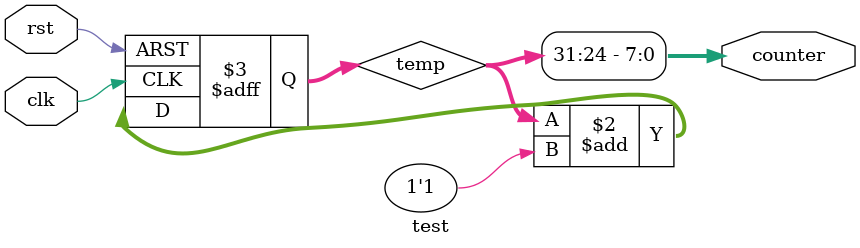
<source format=v>
`timescale 1ns / 1ps


module test(
    input clk,
    input rst,
    output  [7:0] counter
);
reg [31:0] temp;
assign counter = temp[31:24];
always @(posedge clk or posedge rst) begin
    if(rst)
        temp<=1'b0;
    else
        temp<=temp+1'b1;
end
endmodule

</source>
